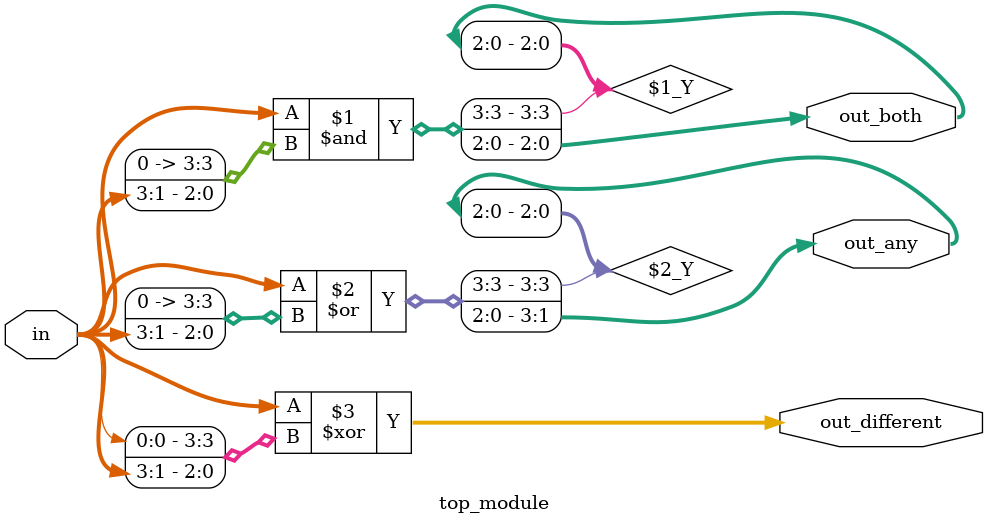
<source format=v>
module top_module( 
    input [3:0] in,
    output [2:0] out_both,
    output [3:1] out_any,
    output [3:0] out_different );
    
    assign out_both      = in & {1'b0, in[3:1]};
    assign out_any 		 = in | {1'b0, in[3:1]};
    assign out_different = in ^ {in[0], in[3:1]};
endmodule

</source>
